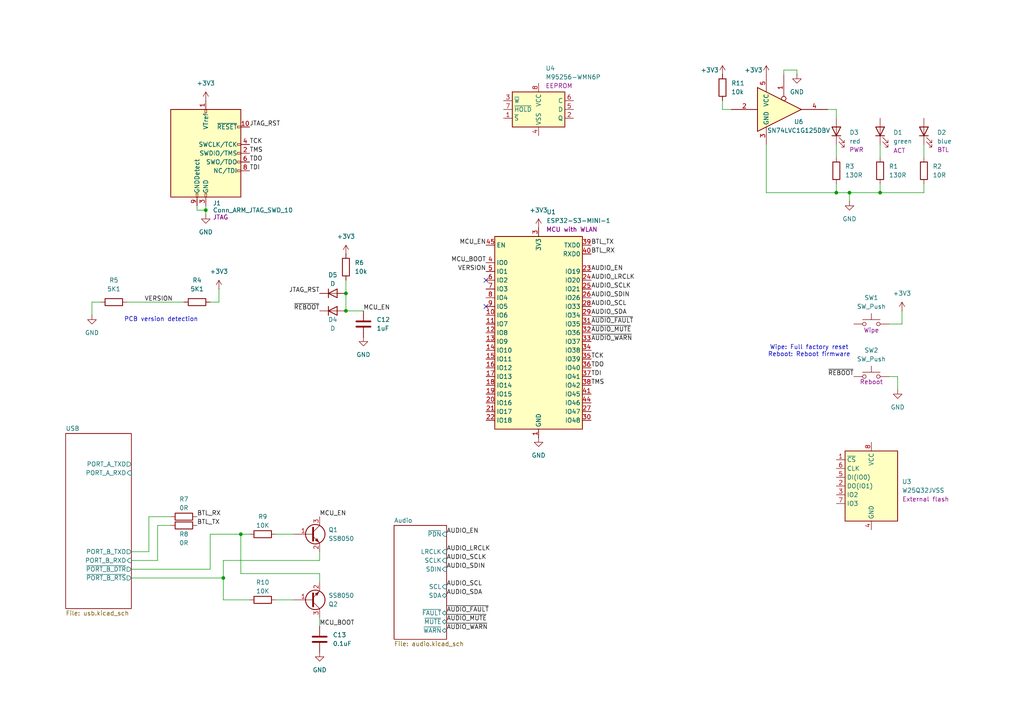
<source format=kicad_sch>
(kicad_sch (version 20231120) (generator "eeschema") (generator_version "8.0")
  (paper "A4")
  (title_block (title "soundbox"))
  (lib_symbols
    (symbol "74xGxx:SN74LVC1G125DBV"
      (property "Reference" "U" (at -10.16 7.62 0))
      (property "Value" "SN74LVC1G125DBV" (at 2.54 -7.62 0))
      (symbol "SN74LVC1G125DBV_0_1"
        (polyline (pts (xy -7.62 6.35) (xy -7.62 -6.35) (xy 5.08 0) (xy -7.62 6.35)) (stroke (width 0.254)) (fill (type background)))
      )
      (symbol "SN74LVC1G125DBV_1_1"
        (pin input inverted (at 0 10.16 270) (length 7.62) (name "~") (number "1"))
        (pin input line (at -15.24 0 0) (length 7.62) (name "~") (number "2"))
        (pin power_in line (at -5.08 -10.16 90) (length 5.08) (name "GND") (number "3"))
        (pin tri_state line (at 12.7 0 180) (length 7.62) (name "~") (number "4"))
        (pin power_in line (at -5.08 10.16 270) (length 5.08) (name "VCC") (number "5"))
      )
    )
    (symbol "Connector:Conn_ARM_JTAG_SWD_10" (pin_names (offset 1.016))
      (property "Reference" "J" (at -2.54 16.51 0))
      (property "Value" "Conn_ARM_JTAG_SWD_10" (at -2.54 13.97 0))
      (symbol "Conn_ARM_JTAG_SWD_10_0_1"
        (rectangle (start -10.16 12.7) (end 10.16 -12.7) (stroke (width 0.254)) (fill (type background)))
        (rectangle (start -2.794 -12.7) (end -2.286 -11.684))
        (rectangle (start -0.254 -12.7) (end 0.254 -11.684))
        (rectangle (start -0.254 12.7) (end 0.254 11.684))
        (rectangle (start 9.144 2.286) (end 10.16 2.794))
        (rectangle (start 10.16 -2.794) (end 9.144 -2.286))
        (rectangle (start 10.16 -0.254) (end 9.144 0.254))
        (rectangle (start 10.16 7.874) (end 9.144 7.366))
      )
      (symbol "Conn_ARM_JTAG_SWD_10_1_1"
        (rectangle (start 9.144 -5.334) (end 10.16 -4.826))
        (pin power_in line (at 0 15.24 270) (length 2.54) (name "VTref") (number "1"))
        (pin open_collector line (at 12.7 7.62 180) (length 2.54) (name "~{RESET}") (number "10"))
        (pin bidirectional line (at 12.7 0 180) (length 2.54) (name "SWDIO/TMS") (number "2"))
        (pin power_in line (at 0 -15.24 90) (length 2.54) (name "GND") (number "3"))
        (pin output line (at 12.7 2.54 180) (length 2.54) (name "SWCLK/TCK") (number "4"))
        (pin passive line (at 0 -15.24 90) (length 2.54) hide (name "GND") (number "5"))
        (pin input line (at 12.7 -2.54 180) (length 2.54) (name "SWO/TDO") (number "6"))
        (pin no_connect line (at -10.16 0 0) (length 2.54) hide (name "KEY") (number "7"))
        (pin output line (at 12.7 -5.08 180) (length 2.54) (name "NC/TDI") (number "8"))
        (pin passive line (at -2.54 -15.24 90) (length 2.54) (name "GNDDetect") (number "9"))
      )
    )
    (symbol "Device:C" (pin_numbers hide) (pin_names (offset 0.254))
      (property "Reference" "C" (at 0.635 2.54 0))
      (property "Value" "C" (at 0.635 -2.54 0))
      (symbol "C_0_1"
        (polyline (pts (xy -2.032 -0.762) (xy 2.032 -0.762)) (stroke (width 0.508)))
        (polyline (pts (xy -2.032 0.762) (xy 2.032 0.762)) (stroke (width 0.508)))
      )
      (symbol "C_1_1"
        (pin passive line (at 0 3.81 270) (length 2.794) (name "~") (number "1"))
        (pin passive line (at 0 -3.81 90) (length 2.794) (name "~") (number "2"))
      )
    )
    (symbol "Device:D" (pin_numbers hide) (pin_names (offset 1.016) hide)
      (property "Reference" "D" (at 0 2.54 0))
      (property "Value" "D" (at 0 -2.54 0))
      (symbol "D_0_1"
        (polyline (pts (xy -1.27 1.27) (xy -1.27 -1.27)) (stroke (width 0.254)))
        (polyline (pts (xy 1.27 0) (xy -1.27 0)))
        (polyline (pts (xy 1.27 1.27) (xy 1.27 -1.27) (xy -1.27 0) (xy 1.27 1.27)) (stroke (width 0.254)))
      )
      (symbol "D_1_1"
        (pin passive line (at -3.81 0 0) (length 2.54) (name "K") (number "1"))
        (pin passive line (at 3.81 0 180) (length 2.54) (name "A") (number "2"))
      )
    )
    (symbol "Device:LED" (pin_numbers hide) (pin_names (offset 1.016) hide)
      (property "Reference" "D" (at 0 2.54 0))
      (property "Value" "LED" (at 0 -2.54 0))
      (symbol "LED_0_1"
        (polyline (pts (xy -1.27 -1.27) (xy -1.27 1.27)) (stroke (width 0.254)))
        (polyline (pts (xy -1.27 0) (xy 1.27 0)))
        (polyline (pts (xy 1.27 -1.27) (xy 1.27 1.27) (xy -1.27 0) (xy 1.27 -1.27)) (stroke (width 0.254)))
        (polyline (pts (xy -3.048 -0.762) (xy -4.572 -2.286) (xy -3.81 -2.286) (xy -4.572 -2.286) (xy -4.572 -1.524)))
        (polyline (pts (xy -1.778 -0.762) (xy -3.302 -2.286) (xy -2.54 -2.286) (xy -3.302 -2.286) (xy -3.302 -1.524)))
      )
      (symbol "LED_1_1"
        (pin passive line (at -3.81 0 0) (length 2.54) (name "K") (number "1"))
        (pin passive line (at 3.81 0 180) (length 2.54) (name "A") (number "2"))
      )
    )
    (symbol "Device:R" (pin_numbers hide) (pin_names (offset 0))
      (property "Reference" "R" (at 2.032 0 90))
      (property "Value" "R" (at 0 0 90))
      (symbol "R_0_1"
        (rectangle (start -1.016 -2.54) (end 1.016 2.54) (stroke (width 0.254)))
      )
      (symbol "R_1_1"
        (pin passive line (at 0 3.81 270) (length 1.27) (name "~") (number "1"))
        (pin passive line (at 0 -3.81 90) (length 1.27) (name "~") (number "2"))
      )
    )
    (symbol "Memory_EEPROM:M95256-WMN6P"
      (property "Reference" "U" (at -7.62 6.35 0))
      (property "Value" "M95256-WMN6P" (at 2.54 -6.35 0))
      (symbol "M95256-WMN6P_1_1"
        (rectangle (start -7.62 5.08) (end 7.62 -5.08) (stroke (width 0.254)) (fill (type background)))
        (pin input line (at -10.16 -2.54 0) (length 2.54) (name "~{S}") (number "1"))
        (pin output line (at 10.16 -2.54 180) (length 2.54) (name "Q") (number "2"))
        (pin input line (at -10.16 2.54 0) (length 2.54) (name "~{W}") (number "3"))
        (pin power_in line (at 0 -7.62 90) (length 2.54) (name "VSS") (number "4"))
        (pin input line (at 10.16 0 180) (length 2.54) (name "D") (number "5"))
        (pin input line (at 10.16 2.54 180) (length 2.54) (name "C") (number "6"))
        (pin input line (at -10.16 0 0) (length 2.54) (name "~{HOLD}") (number "7"))
        (pin power_in line (at 0 7.62 270) (length 2.54) (name "VCC") (number "8"))
      )
    )
    (symbol "Memory_Flash:W25Q32JVSS"
      (property "Reference" "U" (at -6.35 11.43 0))
      (property "Value" "W25Q32JVSS" (at 7.62 11.43 0))
      (symbol "W25Q32JVSS_0_1"
        (rectangle (start -7.62 10.16) (end 7.62 -10.16) (stroke (width 0.254)) (fill (type background)))
      )
      (symbol "W25Q32JVSS_1_1"
        (pin input line (at -10.16 7.62 0) (length 2.54) (name "~{CS}") (number "1"))
        (pin bidirectional line (at -10.16 0 0) (length 2.54) (name "DO(IO1)") (number "2"))
        (pin bidirectional line (at -10.16 -2.54 0) (length 2.54) (name "IO2") (number "3"))
        (pin power_in line (at 0 -12.7 90) (length 2.54) (name "GND") (number "4"))
        (pin bidirectional line (at -10.16 2.54 0) (length 2.54) (name "DI(IO0)") (number "5"))
        (pin input line (at -10.16 5.08 0) (length 2.54) (name "CLK") (number "6"))
        (pin bidirectional line (at -10.16 -5.08 0) (length 2.54) (name "IO3") (number "7"))
        (pin power_in line (at 0 12.7 270) (length 2.54) (name "VCC") (number "8"))
      )
    )
    (symbol "RF_Module:ESP32-S3-MINI-1"
      (property "Reference" "U" (at -11.43 29.21 0))
      (property "Value" "ESP32-S3-MINI-1" (at 12.7 29.21 0))
      (symbol "ESP32-S3-MINI-1_0_1"
        (rectangle (start -12.7 27.94) (end 12.7 -27.94) (stroke (width 0.254)) (fill (type background)))
      )
      (symbol "ESP32-S3-MINI-1_1_1"
        (pin power_in line (at 0 -30.48 90) (length 2.54) (name "GND") (number "1"))
        (pin bidirectional line (at -15.24 5.08 0) (length 2.54) (name "IO6") (number "10"))
        (pin bidirectional line (at -15.24 2.54 0) (length 2.54) (name "IO7") (number "11"))
        (pin bidirectional line (at -15.24 0 0) (length 2.54) (name "IO8") (number "12"))
        (pin bidirectional line (at -15.24 -2.54 0) (length 2.54) (name "IO9") (number "13"))
        (pin bidirectional line (at -15.24 -5.08 0) (length 2.54) (name "IO10") (number "14"))
        (pin bidirectional line (at -15.24 -7.62 0) (length 2.54) (name "IO11") (number "15"))
        (pin bidirectional line (at -15.24 -10.16 0) (length 2.54) (name "IO12") (number "16"))
        (pin bidirectional line (at -15.24 -12.7 0) (length 2.54) (name "IO13") (number "17"))
        (pin bidirectional line (at -15.24 -15.24 0) (length 2.54) (name "IO14") (number "18"))
        (pin bidirectional line (at -15.24 -17.78 0) (length 2.54) (name "IO15") (number "19"))
        (pin passive line (at 0 -30.48 90) (length 2.54) hide (name "GND") (number "2"))
        (pin bidirectional line (at -15.24 -20.32 0) (length 2.54) (name "IO16") (number "20"))
        (pin bidirectional line (at -15.24 -22.86 0) (length 2.54) (name "IO17") (number "21"))
        (pin bidirectional line (at -15.24 -25.4 0) (length 2.54) (name "IO18") (number "22"))
        (pin bidirectional line (at 15.24 17.78 180) (length 2.54) (name "IO19") (number "23"))
        (pin bidirectional line (at 15.24 15.24 180) (length 2.54) (name "IO20") (number "24"))
        (pin bidirectional line (at 15.24 12.7 180) (length 2.54) (name "IO21") (number "25"))
        (pin bidirectional line (at 15.24 10.16 180) (length 2.54) (name "IO26") (number "26"))
        (pin bidirectional line (at 15.24 -22.86 180) (length 2.54) (name "IO47") (number "27"))
        (pin bidirectional line (at 15.24 7.62 180) (length 2.54) (name "IO33") (number "28"))
        (pin bidirectional line (at 15.24 5.08 180) (length 2.54) (name "IO34") (number "29"))
        (pin power_in line (at 0 30.48 270) (length 2.54) (name "3V3") (number "3"))
        (pin bidirectional line (at 15.24 -25.4 180) (length 2.54) (name "IO48") (number "30"))
        (pin bidirectional line (at 15.24 2.54 180) (length 2.54) (name "IO35") (number "31"))
        (pin bidirectional line (at 15.24 0 180) (length 2.54) (name "IO36") (number "32"))
        (pin bidirectional line (at 15.24 -2.54 180) (length 2.54) (name "IO37") (number "33"))
        (pin bidirectional line (at 15.24 -5.08 180) (length 2.54) (name "IO38") (number "34"))
        (pin bidirectional line (at 15.24 -7.62 180) (length 2.54) (name "IO39") (number "35"))
        (pin bidirectional line (at 15.24 -10.16 180) (length 2.54) (name "IO40") (number "36"))
        (pin bidirectional line (at 15.24 -12.7 180) (length 2.54) (name "IO41") (number "37"))
        (pin bidirectional line (at 15.24 -15.24 180) (length 2.54) (name "IO42") (number "38"))
        (pin bidirectional line (at 15.24 25.4 180) (length 2.54) (name "TXD0") (number "39"))
        (pin bidirectional line (at -15.24 20.32 0) (length 2.54) (name "IO0") (number "4"))
        (pin bidirectional line (at 15.24 22.86 180) (length 2.54) (name "RXD0") (number "40"))
        (pin bidirectional line (at 15.24 -17.78 180) (length 2.54) (name "IO45") (number "41"))
        (pin passive line (at 0 -30.48 90) (length 2.54) hide (name "GND") (number "42"))
        (pin passive line (at 0 -30.48 90) (length 2.54) hide (name "GND") (number "43"))
        (pin bidirectional line (at 15.24 -20.32 180) (length 2.54) (name "IO46") (number "44"))
        (pin input line (at -15.24 25.4 0) (length 2.54) (name "EN") (number "45"))
        (pin passive line (at 0 -30.48 90) (length 2.54) hide (name "GND") (number "46"))
        (pin passive line (at 0 -30.48 90) (length 2.54) hide (name "GND") (number "47"))
        (pin passive line (at 0 -30.48 90) (length 2.54) hide (name "GND") (number "48"))
        (pin passive line (at 0 -30.48 90) (length 2.54) hide (name "GND") (number "49"))
        (pin bidirectional line (at -15.24 17.78 0) (length 2.54) (name "IO1") (number "5"))
        (pin passive line (at 0 -30.48 90) (length 2.54) hide (name "GND") (number "50"))
        (pin passive line (at 0 -30.48 90) (length 2.54) hide (name "GND") (number "51"))
        (pin passive line (at 0 -30.48 90) (length 2.54) hide (name "GND") (number "52"))
        (pin passive line (at 0 -30.48 90) (length 2.54) hide (name "GND") (number "53"))
        (pin passive line (at 0 -30.48 90) (length 2.54) hide (name "GND") (number "54"))
        (pin passive line (at 0 -30.48 90) (length 2.54) hide (name "GND") (number "55"))
        (pin passive line (at 0 -30.48 90) (length 2.54) hide (name "GND") (number "56"))
        (pin passive line (at 0 -30.48 90) (length 2.54) hide (name "GND") (number "57"))
        (pin passive line (at 0 -30.48 90) (length 2.54) hide (name "GND") (number "58"))
        (pin passive line (at 0 -30.48 90) (length 2.54) hide (name "GND") (number "59"))
        (pin bidirectional line (at -15.24 15.24 0) (length 2.54) (name "IO2") (number "6"))
        (pin passive line (at 0 -30.48 90) (length 2.54) hide (name "GND") (number "60"))
        (pin passive line (at 0 -30.48 90) (length 2.54) hide (name "GND") (number "61"))
        (pin passive line (at 0 -30.48 90) (length 2.54) hide (name "GND") (number "62"))
        (pin passive line (at 0 -30.48 90) (length 2.54) hide (name "GND") (number "63"))
        (pin passive line (at 0 -30.48 90) (length 2.54) hide (name "GND") (number "64"))
        (pin passive line (at 0 -30.48 90) (length 2.54) hide (name "GND") (number "65"))
        (pin bidirectional line (at -15.24 12.7 0) (length 2.54) (name "IO3") (number "7"))
        (pin bidirectional line (at -15.24 10.16 0) (length 2.54) (name "IO4") (number "8"))
        (pin bidirectional line (at -15.24 7.62 0) (length 2.54) (name "IO5") (number "9"))
      )
    )
    (symbol "Switch:SW_Push" (pin_numbers hide) (pin_names (offset 1.016) hide)
      (property "Reference" "SW" (at 1.27 2.54 0))
      (property "Value" "SW_Push" (at 0 -1.524 0))
      (symbol "SW_Push_0_1"
        (circle (center -2.032 0) (radius 0.508))
        (polyline (pts (xy 0 1.27) (xy 0 3.048)))
        (polyline (pts (xy 2.54 1.27) (xy -2.54 1.27)))
        (circle (center 2.032 0) (radius 0.508))
        (pin passive line (at -5.08 0 0) (length 2.54) (name "1") (number "1"))
        (pin passive line (at 5.08 0 180) (length 2.54) (name "2") (number "2"))
      )
    )
    (symbol "Transistor_BJT:SS8050" (pin_names (offset 0) hide)
      (property "Reference" "Q" (at 5.08 1.905 0))
      (property "Value" "SS8050" (at 5.08 0 0))
      (symbol "SS8050_0_1"
        (polyline (pts (xy 0.635 0.635) (xy 2.54 2.54)))
        (polyline (pts (xy 0.635 -0.635) (xy 2.54 -2.54) (xy 2.54 -2.54)))
        (polyline (pts (xy 0.635 1.905) (xy 0.635 -1.905) (xy 0.635 -1.905)) (stroke (width 0.508)))
        (polyline (pts (xy 1.27 -1.778) (xy 1.778 -1.27) (xy 2.286 -2.286) (xy 1.27 -1.778) (xy 1.27 -1.778)) (fill (type outline)))
        (circle (center 1.27 0) (radius 2.8194) (stroke (width 0.254)))
      )
      (symbol "SS8050_1_1"
        (pin input line (at -5.08 0 0) (length 5.715) (name "B") (number "1"))
        (pin passive line (at 2.54 -5.08 90) (length 2.54) (name "E") (number "2"))
        (pin passive line (at 2.54 5.08 270) (length 2.54) (name "C") (number "3"))
      )
    )
    (symbol "power:+3V3" (power) (pin_numbers hide) (pin_names (offset 0) hide)
      (property "Value" "+3V3" (at 0 3.556 0))
      (symbol "+3V3_0_1"
        (polyline (pts (xy -0.762 1.27) (xy 0 2.54)))
        (polyline (pts (xy 0 0) (xy 0 2.54)))
        (polyline (pts (xy 0 2.54) (xy 0.762 1.27)))
      )
      (symbol "+3V3_1_1"
        (pin power_in line (at 0 0 90) (length 0) (name "~") (number "1"))
      )
    )
    (symbol "power:GND" (power) (pin_numbers hide) (pin_names (offset 0) hide)
      (property "Value" "GND" (at 0 -3.81 0))
      (symbol "GND_0_1"
        (polyline (pts (xy 0 0) (xy 0 -1.27) (xy 1.27 -1.27) (xy 0 -2.54) (xy -1.27 -1.27) (xy 0 -1.27)))
      )
      (symbol "GND_1_1"
        (pin power_in line (at 0 0 270) (length 0) (name "~") (number "1"))
      )
    )
  )
  (junction (at 242.57 55.88))
  (junction (at 100.33 90.17))
  (junction (at 255.27 55.88))
  (junction (at 59.69 60.96))
  (junction (at 100.33 85.09))
  (junction (at 64.77 167.64))
  (junction (at 246.38 55.88))
  (junction (at 69.85 154.94))
  (no_connect (at 140.97 88.9))
  (no_connect (at 140.97 81.28))
  (wire (pts (xy 222.25 55.88) (xy 242.57 55.88)))
  (wire (pts (xy 242.57 53.34) (xy 242.57 55.88)))
  (wire (pts (xy 209.55 31.75) (xy 212.09 31.75)))
  (wire (pts (xy 45.72 152.4) (xy 49.53 152.4)))
  (wire (pts (xy 246.38 58.42) (xy 246.38 55.88)))
  (wire (pts (xy 231.14 20.32) (xy 231.14 21.59)))
  (wire (pts (xy 60.96 154.94) (xy 69.85 154.94)))
  (wire (pts (xy 80.01 154.94) (xy 85.09 154.94)))
  (wire (pts (xy 38.1 165.1) (xy 60.96 165.1)))
  (wire (pts (xy 227.33 21.59) (xy 227.33 20.32)))
  (wire (pts (xy 64.77 167.64) (xy 64.77 173.99)))
  (wire (pts (xy 64.77 162.56) (xy 64.77 167.64)))
  (wire (pts (xy 227.33 20.32) (xy 231.14 20.32)))
  (wire (pts (xy 38.1 167.64) (xy 64.77 167.64)))
  (wire (pts (xy 209.55 29.21) (xy 209.55 31.75)))
  (wire (pts (xy 255.27 41.91) (xy 255.27 45.72)))
  (wire (pts (xy 92.71 160.02) (xy 92.71 162.56)))
  (wire (pts (xy 60.96 165.1) (xy 60.96 154.94)))
  (wire (pts (xy 36.83 87.63) (xy 53.34 87.63)))
  (wire (pts (xy 57.15 59.69) (xy 57.15 60.96)))
  (wire (pts (xy 260.35 109.22) (xy 260.35 113.03)))
  (wire (pts (xy 257.81 93.98) (xy 261.62 93.98)))
  (wire (pts (xy 69.85 154.94) (xy 72.39 154.94)))
  (wire (pts (xy 257.81 109.22) (xy 260.35 109.22)))
  (wire (pts (xy 255.27 55.88) (xy 267.97 55.88)))
  (wire (pts (xy 26.67 87.63) (xy 29.21 87.63)))
  (wire (pts (xy 242.57 31.75) (xy 242.57 34.29)))
  (wire (pts (xy 261.62 90.17) (xy 261.62 93.98)))
  (wire (pts (xy 255.27 53.34) (xy 255.27 55.88)))
  (wire (pts (xy 240.03 31.75) (xy 242.57 31.75)))
  (wire (pts (xy 59.69 62.23) (xy 59.69 60.96)))
  (wire (pts (xy 267.97 53.34) (xy 267.97 55.88)))
  (wire (pts (xy 92.71 168.91) (xy 92.71 166.37)))
  (wire (pts (xy 255.27 55.88) (xy 246.38 55.88)))
  (wire (pts (xy 80.01 173.99) (xy 85.09 173.99)))
  (wire (pts (xy 64.77 173.99) (xy 72.39 173.99)))
  (wire (pts (xy 38.1 160.02) (xy 43.18 160.02)))
  (wire (pts (xy 92.71 179.07) (xy 92.71 181.61)))
  (wire (pts (xy 59.69 60.96) (xy 57.15 60.96)))
  (wire (pts (xy 100.33 85.09) (xy 100.33 90.17)))
  (wire (pts (xy 246.38 55.88) (xy 242.57 55.88)))
  (wire (pts (xy 100.33 90.17) (xy 105.41 90.17)))
  (wire (pts (xy 43.18 149.86) (xy 49.53 149.86)))
  (wire (pts (xy 63.5 87.63) (xy 63.5 83.82)))
  (wire (pts (xy 100.33 81.28) (xy 100.33 85.09)))
  (wire (pts (xy 92.71 162.56) (xy 64.77 162.56)))
  (wire (pts (xy 43.18 160.02) (xy 43.18 149.86)))
  (wire (pts (xy 92.71 166.37) (xy 69.85 166.37)))
  (wire (pts (xy 38.1 162.56) (xy 45.72 162.56)))
  (wire (pts (xy 45.72 162.56) (xy 45.72 152.4)))
  (wire (pts (xy 69.85 166.37) (xy 69.85 154.94)))
  (wire (pts (xy 26.67 91.44) (xy 26.67 87.63)))
  (wire (pts (xy 60.96 87.63) (xy 63.5 87.63)))
  (wire (pts (xy 267.97 41.91) (xy 267.97 45.72)))
  (wire (pts (xy 242.57 41.91) (xy 242.57 45.72)))
  (wire (pts (xy 222.25 41.91) (xy 222.25 55.88)))
  (wire (pts (xy 59.69 59.69) (xy 59.69 60.96)))
  (text "Wipe: Full factory reset\nReboot: Reboot firmware" (at 234.696 101.854 0) (effects (font (size 1.27 1.27))))
  (text "PCB version detection" (at 46.736 92.71 0) (effects (font (size 1.27 1.27))))
  (label "VERSION" (at 41.91 87.63 0))
  (label "~{AUDIO_FAULT}" (at 171.45 93.98 0))
  (label "AUDIO_SDA" (at 129.54 172.72 0))
  (label "TCK" (at 72.39 41.91 0))
  (label "AUDIO_SDIN" (at 129.54 165.1 0))
  (label "AUDIO_EN" (at 129.54 154.94 0))
  (label "~{REBOOT}" (at 92.71 90.17 180))
  (label "~{REBOOT}" (at 247.65 109.22 180))
  (label "~{AUDIO_WARN}" (at 171.45 99.06 0))
  (label "TDI" (at 171.45 109.22 0))
  (label "BTL_RX" (at 171.45 73.66 0))
  (label "TDO" (at 171.45 106.68 0))
  (label "AUDIO_SDIN" (at 171.45 86.36 0))
  (label "~{AUDIO_MUTE}" (at 171.45 96.52 0))
  (label "AUDIO_SDA" (at 171.45 91.44 0))
  (label "JTAG_RST" (at 92.71 85.09 180))
  (label "MCU_EN" (at 140.97 71.12 180))
  (label "MCU_EN" (at 92.71 149.86 0))
  (label "AUDIO_LRCLK" (at 129.54 160.02 0))
  (label "MCU_BOOT" (at 92.71 181.61 0))
  (label "MCU_BOOT" (at 140.97 76.2 180))
  (label "BTL_RX" (at 57.15 149.86 0))
  (label "JTAG_RST" (at 72.39 36.83 0))
  (label "AUDIO_SCL" (at 171.45 88.9 0))
  (label "MCU_EN" (at 105.41 90.17 0))
  (label "~{AUDIO_WARN}" (at 129.54 182.88 0))
  (label "TCK" (at 171.45 104.14 0))
  (label "TDO" (at 72.39 46.99 0))
  (label "BTL_TX" (at 171.45 71.12 0))
  (label "AUDIO_SCLK" (at 129.54 162.56 0))
  (label "BTL_TX" (at 57.15 152.4 0))
  (label "AUDIO_LRCLK" (at 171.45 81.28 0))
  (label "~{AUDIO_MUTE}" (at 129.54 180.34 0))
  (label "TMS" (at 72.39 44.45 0))
  (label "AUDIO_SCLK" (at 171.45 83.82 0))
  (label "TMS" (at 171.45 111.76 0))
  (label "~{AUDIO_FAULT}" (at 129.54 177.8 0))
  (label "AUDIO_EN" (at 171.45 78.74 0))
  (label "VERSION" (at 140.97 78.74 180))
  (label "TDI" (at 72.39 49.53 0))
  (label "AUDIO_SCL" (at 129.54 170.18 0))
  (symbol (lib_id "power:GND") (at 156.21 127 0) (unit 1)
    (property "Reference" "#PWR015" (effects (hide yes)))
    (property "Value" "GND" (at 156.21 132.08 0))
    (property "Description" "Power symbol creates a global label with name \"GND\" , ground" (effects (hide yes)))
  )
  (symbol (lib_id "power:GND") (at 246.38 58.42 0) (unit 1)
    (property "Reference" "#PWR012" (effects (hide yes)))
    (property "Value" "GND" (at 246.38 63.5 0))
    (property "Description" "Power symbol creates a global label with name \"GND\" , ground" (effects (hide yes)))
  )
  (symbol (lib_id "Device:R") (at 76.2 154.94 270) (unit 1)
    (property "Reference" "R9" (at 76.2 149.86 90))
    (property "Value" "10K" (at 76.2 152.4 90))
    (property "Description" "Resistor" (effects (hide yes)))
  )
  (symbol (lib_id "power:GND") (at 26.67 91.44 0) (unit 1)
    (property "Reference" "#PWR01" (effects (hide yes)))
    (property "Value" "GND" (at 26.67 96.52 0))
    (property "Description" "Power symbol creates a global label with name \"GND\" , ground" (effects (hide yes)))
  )
  (symbol (lib_id "RF_Module:ESP32-S3-MINI-1") (at 156.21 96.52 0) (unit 1)
    (property "Reference" "U1" (at 158.496 61.468 0) (effects (justify left)))
    (property "Value" "ESP32-S3-MINI-1" (at 158.496 64.008 0) (effects (justify left)))
    (property "Footprint" "RF_Module:ESP32-S2-MINI-1" (effects (hide yes)))
    (property "Datasheet" "https://www.espressif.com/sites/default/files/documentation/esp32-s3-mini-1_mini-1u_datasheet_en.pdf" (effects (hide yes)))
    (property "Description" "MCU with WLAN" (at 165.862 66.548 0))
    (property "MPN" "ESP32-S3-MINI-1-N8" (effects (hide yes)))
    (property "Manufacturer" "Espressif Systems" (effects (hide yes)))
  )
  (symbol (lib_id "Memory_Flash:W25Q32JVSS") (at 252.73 140.97 0) (unit 1)
    (property "Reference" "U3" (at 261.62 139.6999 0) (effects (justify left)))
    (property "Value" "W25Q32JVSS" (at 261.62 142.2399 0) (effects (justify left)))
    (property "Footprint" "Package_SO:SOIC-8_5.23x5.23mm_P1.27mm" (effects (hide yes)))
    (property "Datasheet" "http://www.winbond.com/resource-files/w25q32jv%20revg%2003272018%20plus.pdf" (effects (hide yes)))
    (property "Description" "External flash" (at 268.478 144.78 0))
    (property "MPN" "W25Q32JVSSIQ" (effects (hide yes)))
    (property "Manufacturer" "Winbond Electronics" (effects (hide yes)))
  )
  (symbol (lib_id "Connector:Conn_ARM_JTAG_SWD_10") (at 59.69 44.45 0) (unit 1)
    (property "Reference" "J1" (at 61.722 58.928 0) (effects (justify left)))
    (property "Value" "Conn_ARM_JTAG_SWD_10" (at 61.722 60.96 0) (effects (justify left)))
    (property "Datasheet" "https://mm.digikey.com/Volume0/opasdata/d220001/medias/docus/6209/ftsh-1xx-xx-xxx-dv-xxx-xxx-x-xx-mkt.pdf" (effects (hide yes)))
    (property "Description" "JTAG" (at 61.722 62.992 0) (effects (justify left)))
    (property "MPN" "FTSH-105-01-L-DV-007-K-TR" (effects (hide yes)))
    (property "Manufacturer" "samtec" (effects (hide yes)))
  )
  (symbol (lib_id "Switch:SW_Push") (at 252.73 109.22 0) (unit 1)
    (property "Reference" "SW2" (at 252.73 101.6 0))
    (property "Value" "SW_Push" (at 252.73 104.14 0))
    (property "Footprint" "Button_Switch_SMD:SW_SPST_TL3305B" (effects (hide yes)))
    (property "Datasheet" "https://www.e-switch.com/wp-content/uploads/2024/08/TL3305.pdf" (effects (hide yes)))
    (property "Description" "Reboot" (at 252.73 110.744 0))
    (property "MPN" "TL3305BF260QG" (effects (hide yes)))
    (property "Manufacturer" "E-Switch" (effects (hide yes)))
  )
  (symbol (lib_id "Device:R") (at 76.2 173.99 270) (unit 1)
    (property "Reference" "R10" (at 76.2 168.91 90))
    (property "Value" "10K" (at 76.2 171.45 90))
    (property "Description" "Resistor" (effects (hide yes)))
  )
  (symbol (lib_id "power:+3V3") (at 59.69 29.21 0) (unit 1)
    (property "Reference" "#PWR016" (effects (hide yes)))
    (property "Value" "+3V3" (at 59.69 24.13 0))
    (property "Description" "Power symbol creates a global label with name \"+3V3\"" (effects (hide yes)))
  )
  (symbol (lib_id "power:+3V3") (at 156.21 66.04 0) (unit 1)
    (property "Reference" "#PWR014" (effects (hide yes)))
    (property "Value" "+3V3" (at 156.21 60.96 0))
    (property "Description" "Power symbol creates a global label with name \"+3V3\"" (effects (hide yes)))
  )
  (symbol (lib_id "Device:R") (at 100.33 77.47 0) (unit 1)
    (property "Reference" "R6" (at 102.87 76.1999 0) (effects (justify left)))
    (property "Value" "10k" (at 102.87 78.7399 0) (effects (justify left)))
    (property "Description" "Resistor" (effects (hide yes)))
  )
  (symbol (lib_id "power:+3V3") (at 63.5 83.82 0) (unit 1)
    (property "Reference" "#PWR02" (effects (hide yes)))
    (property "Value" "+3V3" (at 63.5 78.74 0))
    (property "Description" "Power symbol creates a global label with name \"+3V3\"" (effects (hide yes)))
  )
  (symbol (lib_id "Device:R") (at 242.57 49.53 0) (unit 1)
    (property "Reference" "R3" (at 245.11 48.2599 0) (effects (justify left)))
    (property "Value" "130R" (at 245.11 50.7999 0) (effects (justify left)))
    (property "Footprint" "Resistor_SMD:R_0603_1608Metric" (effects (hide yes)))
    (property "Datasheet" "https://industrial.panasonic.com/cdbs/www-data/pdf/RDA0000/AOA0000C304.pdf" (effects (hide yes)))
    (property "Description" "Resistor" (effects (hide yes)))
    (property "MPN" "ERJ-3EKF1300V" (effects (hide yes)))
    (property "Manufacturer" "Panasonic Electronic Components" (effects (hide yes)))
  )
  (symbol (lib_id "power:GND") (at 231.14 21.59 0) (unit 1)
    (property "Reference" "#PWR013" (effects (hide yes)))
    (property "Value" "GND" (at 231.14 26.67 0))
    (property "Description" "Power symbol creates a global label with name \"GND\" , ground" (effects (hide yes)))
  )
  (symbol (lib_id "Device:R") (at 53.34 152.4 90) (mirror x) (unit 1)
    (property "Reference" "R8" (at 53.34 154.94 90))
    (property "Value" "0R" (at 53.34 157.48 90))
    (property "Description" "Resistor" (effects (hide yes)))
  )
  (symbol (lib_id "Switch:SW_Push") (at 252.73 93.98 0) (unit 1)
    (property "Reference" "SW1" (at 252.73 86.36 0))
    (property "Value" "SW_Push" (at 252.73 88.9 0))
    (property "Footprint" "Button_Switch_SMD:SW_SPST_TL3305B" (effects (hide yes)))
    (property "Datasheet" "https://www.e-switch.com/wp-content/uploads/2024/08/TL3305.pdf" (effects (hide yes)))
    (property "Description" "Wipe" (at 252.73 95.758 0))
    (property "MPN" "TL3305BF260QG" (effects (hide yes)))
    (property "Manufacturer" "E-Switch" (effects (hide yes)))
  )
  (symbol (lib_id "power:+3V3") (at 100.33 73.66 0) (unit 1)
    (property "Reference" "#PWR018" (effects (hide yes)))
    (property "Value" "+3V3" (at 100.33 68.58 0))
    (property "Description" "Power symbol creates a global label with name \"+3V3\"" (effects (hide yes)))
  )
  (symbol (lib_id "Device:D") (at 96.52 90.17 0) (unit 1)
    (property "Reference" "D4" (at 96.52 92.71 0))
    (property "Value" "D" (at 96.52 95.25 0))
    (property "Description" "Diode" (effects (hide yes)))
    (property "Sim.Device" "D" (effects (hide yes)))
    (property "Sim.Pins" "1=K 2=A" (effects (hide yes)))
  )
  (symbol (lib_id "Device:R") (at 267.97 49.53 0) (unit 1)
    (property "Reference" "R2" (at 270.51 48.2599 0) (effects (justify left)))
    (property "Value" "10R" (at 270.51 50.7999 0) (effects (justify left)))
    (property "Footprint" "Resistor_SMD:R_0603_1608Metric" (effects (hide yes)))
    (property "Datasheet" "https://industrial.panasonic.com/cdbs/www-data/pdf/RDO0000/AOA0000C331.pdf" (effects (hide yes)))
    (property "Description" "Resistor" (effects (hide yes)))
    (property "MPN" "ERJ-PA3F10R0V" (effects (hide yes)))
    (property "Manufacturer" "Panasonic Electronic Components" (effects (hide yes)))
  )
  (symbol (lib_id "Transistor_BJT:SS8050") (at 90.17 154.94 0) (unit 1)
    (property "Reference" "Q1" (at 95.25 153.6699 0) (effects (justify left)))
    (property "Value" "SS8050" (at 95.25 156.2099 0) (effects (justify left)))
    (property "Footprint" "Package_TO_SOT_SMD:SOT-23" (effects (hide yes)))
    (property "Datasheet" "http://www.secosgmbh.com/datasheet/products/SSMPTransistor/SOT-23/SS8050.pdf" (effects (hide yes)))
    (property "Description" "General Purpose NPN Transistor, 1.5A Ic, 25V Vce, SOT-23" (effects (hide yes)))
  )
  (symbol (lib_id "power:+3V3") (at 261.62 90.17 0) (unit 1)
    (property "Reference" "#PWR011" (effects (hide yes)))
    (property "Value" "+3V3" (at 261.62 85.09 0))
    (property "Description" "Power symbol creates a global label with name \"+3V3\"" (effects (hide yes)))
  )
  (symbol (lib_id "power:GND") (at 59.69 62.23 0) (unit 1)
    (property "Reference" "#PWR017" (effects (hide yes)))
    (property "Value" "GND" (at 59.69 67.31 0))
    (property "Description" "Power symbol creates a global label with name \"GND\" , ground" (effects (hide yes)))
  )
  (symbol (lib_id "power:GND") (at 105.41 97.79 0) (unit 1)
    (property "Reference" "#PWR020" (effects (hide yes)))
    (property "Value" "GND" (at 105.41 102.87 0))
    (property "Description" "Power symbol creates a global label with name \"GND\" , ground" (effects (hide yes)))
  )
  (symbol (lib_id "power:GND") (at 92.71 189.23 0) (unit 1)
    (property "Reference" "#PWR021" (effects (hide yes)))
    (property "Value" "GND" (at 92.71 194.31 0))
    (property "Description" "Power symbol creates a global label with name \"GND\" , ground" (effects (hide yes)))
  )
  (symbol (lib_id "Transistor_BJT:SS8050") (at 90.17 173.99 0) (mirror x) (unit 1)
    (property "Reference" "Q2" (at 95.25 175.2601 0) (effects (justify left)))
    (property "Value" "SS8050" (at 95.25 172.7201 0) (effects (justify left)))
    (property "Footprint" "Package_TO_SOT_SMD:SOT-23" (effects (hide yes)))
    (property "Datasheet" "http://www.secosgmbh.com/datasheet/products/SSMPTransistor/SOT-23/SS8050.pdf" (effects (hide yes)))
    (property "Description" "General Purpose NPN Transistor, 1.5A Ic, 25V Vce, SOT-23" (effects (hide yes)))
  )
  (symbol (lib_id "Device:R") (at 53.34 149.86 90) (mirror x) (unit 1)
    (property "Reference" "R7" (at 53.34 144.78 90))
    (property "Value" "0R" (at 53.34 147.32 90))
    (property "Description" "Resistor" (effects (hide yes)))
  )
  (symbol (lib_id "Device:D") (at 96.52 85.09 0) (unit 1)
    (property "Reference" "D5" (at 96.52 79.756 0))
    (property "Value" "D" (at 96.52 82.296 0))
    (property "Description" "Diode" (effects (hide yes)))
    (property "Sim.Device" "D" (effects (hide yes)))
    (property "Sim.Pins" "1=K 2=A" (effects (hide yes)))
  )
  (symbol (lib_id "Device:C") (at 92.71 185.42 0) (unit 1)
    (property "Reference" "C13" (at 96.52 184.1499 0) (effects (justify left)))
    (property "Value" "0.1uF" (at 96.52 186.6899 0) (effects (justify left)))
    (property "Description" "Unpolarized capacitor" (effects (hide yes)))
  )
  (symbol (lib_id "power:+3V3") (at 209.55 21.59 0) (unit 1)
    (property "Reference" "#PWR023" (effects (hide yes)))
    (property "Value" "+3V3" (at 203.2 20.32 0) (effects (justify left)))
    (property "Description" "Power symbol creates a global label with name \"+3V3\"" (effects (hide yes)))
  )
  (symbol (lib_id "Device:R") (at 33.02 87.63 270) (unit 1)
    (property "Reference" "R5" (at 33.02 81.28 90))
    (property "Value" "5K1" (at 33.02 83.82 90))
    (property "Footprint" "Resistor_SMD:R_0603_1608Metric" (effects (hide yes)))
    (property "Datasheet" "https://industrial.panasonic.com/cdbs/www-data/pdf/RDA0000/AOA0000C304.pdf" (effects (hide yes)))
    (property "Description" "Resistor" (effects (hide yes)))
    (property "MPN" "ERJ-3EKF5101V" (effects (hide yes)))
    (property "Manufacturer" "Panasonic Electronic Components" (effects (hide yes)))
  )
  (symbol (lib_id "74xGxx:SN74LVC1G125DBV") (at 227.33 31.75 0) (unit 1)
    (property "Reference" "U6" (at 231.648 35.306 0))
    (property "Value" "SN74LVC1G125DBV" (at 231.648 37.846 0))
    (property "Footprint" "Package_TO_SOT_SMD:SOT-23-5" (effects (hide yes)))
    (property "Datasheet" "http://www.ti.com/lit/ds/symlink/sn74lvc1g125.pdf" (effects (hide yes)))
    (property "Description" "Single Buffer Gate Tri-State, Low-Voltage CMOS, SOT-23-5" (effects (hide yes)))
  )
  (symbol (lib_id "Device:LED") (at 255.27 38.1 90) (unit 1)
    (property "Reference" "D1" (at 259.08 38.4174 90) (effects (justify right)))
    (property "Value" "green" (at 259.08 40.9574 90) (effects (justify right)))
    (property "Footprint" "LED_SMD:LED_1206_3216Metric" (effects (hide yes)))
    (property "Datasheet" "https://s3-us-west-2.amazonaws.com/catsy.557/Dialight_CBI_data_598-1206_Apr2018.pdf" (effects (hide yes)))
    (property "Description" "ACT" (at 260.858 43.688 90))
    (property "MPN" "598-8270-107F" (effects (hide yes)))
    (property "Manufacturer" "Dialight" (effects (hide yes)))
  )
  (symbol (lib_id "Device:R") (at 57.15 87.63 90) (unit 1)
    (property "Reference" "R4" (at 57.15 81.28 90))
    (property "Value" "5K1" (at 57.15 83.82 90))
    (property "Footprint" "Resistor_SMD:R_0603_1608Metric" (effects (hide yes)))
    (property "Datasheet" "https://industrial.panasonic.com/cdbs/www-data/pdf/RDA0000/AOA0000C304.pdf" (effects (hide yes)))
    (property "Description" "Resistor" (effects (hide yes)))
    (property "MPN" "ERJ-3EKF5101V" (effects (hide yes)))
    (property "Manufacturer" "Panasonic Electronic Components" (effects (hide yes)))
  )
  (symbol (lib_id "Device:R") (at 209.55 25.4 0) (unit 1)
    (property "Reference" "R11" (at 212.09 24.1299 0) (effects (justify left)))
    (property "Value" "10k" (at 212.09 26.6699 0) (effects (justify left)))
    (property "Description" "Resistor" (effects (hide yes)))
  )
  (symbol (lib_id "Device:R") (at 255.27 49.53 0) (unit 1)
    (property "Reference" "R1" (at 257.81 48.2599 0) (effects (justify left)))
    (property "Value" "130R" (at 257.81 50.7999 0) (effects (justify left)))
    (property "Footprint" "Resistor_SMD:R_0603_1608Metric" (effects (hide yes)))
    (property "Datasheet" "https://industrial.panasonic.com/cdbs/www-data/pdf/RDA0000/AOA0000C304.pdf" (effects (hide yes)))
    (property "Description" "Resistor" (effects (hide yes)))
    (property "MPN" "ERJ-3EKF1300V" (effects (hide yes)))
    (property "Manufacturer" "Panasonic Electronic Components" (effects (hide yes)))
  )
  (symbol (lib_id "Device:C") (at 105.41 93.98 0) (unit 1)
    (property "Reference" "C12" (at 109.22 92.7099 0) (effects (justify left)))
    (property "Value" "1uF" (at 109.22 95.2499 0) (effects (justify left)))
    (property "Description" "Unpolarized capacitor" (effects (hide yes)))
  )
  (symbol (lib_id "Memory_EEPROM:M95256-WMN6P") (at 156.21 31.75 0) (unit 1)
    (property "Reference" "U4" (at 158.242 19.812 0) (effects (justify left)))
    (property "Value" "M95256-WMN6P" (at 158.242 22.352 0) (effects (justify left)))
    (property "Footprint" "Package_SO:SOIC-8_3.9x4.9mm_P1.27mm" (effects (hide yes)))
    (property "Datasheet" "http://www.st.com/content/ccc/resource/technical/document/datasheet/9d/75/f0/3e/76/00/4c/0b/CD00103810.pdf/files/CD00103810.pdf/jcr:content/translations/en.CD00103810.pdf" (effects (hide yes)))
    (property "Description" "EEPROM" (at 162.1439 24.892 0))
    (property "MPN" "M95256-WMN6P" (effects (hide yes)))
    (property "Manufacturer" "STMicroelectronics" (effects (hide yes)))
  )
  (symbol (lib_id "power:+3V3") (at 222.25 21.59 0) (unit 1)
    (property "Reference" "#PWR022" (effects (hide yes)))
    (property "Value" "+3V3" (at 215.9 20.32 0) (effects (justify left)))
    (property "Description" "Power symbol creates a global label with name \"+3V3\"" (effects (hide yes)))
  )
  (symbol (lib_id "Device:LED") (at 242.57 38.1 90) (unit 1)
    (property "Reference" "D3" (at 246.38 38.4174 90) (effects (justify right)))
    (property "Value" "red" (at 246.38 40.9574 90) (effects (justify right)))
    (property "Footprint" "LED_SMD:LED_1206_3216Metric" (effects (hide yes)))
    (property "Datasheet" "https://s3-us-west-2.amazonaws.com/catsy.557/Dialight_CBI_data_598-1206_Apr2018.pdf" (effects (hide yes)))
    (property "Description" "PWR" (at 248.412 43.434 90))
    (property "MPN" "598-8210-107F" (effects (hide yes)))
    (property "Manufacturer" "Dialight" (effects (hide yes)))
  )
  (symbol (lib_id "power:GND") (at 260.35 113.03 0) (unit 1)
    (property "Reference" "#PWR019" (effects (hide yes)))
    (property "Value" "GND" (at 260.35 118.11 0))
    (property "Description" "Power symbol creates a global label with name \"GND\" , ground" (effects (hide yes)))
  )
  (symbol (lib_id "Device:LED") (at 267.97 38.1 90) (unit 1)
    (property "Reference" "D2" (at 271.78 38.4174 90) (effects (justify right)))
    (property "Value" "blue" (at 271.78 40.9574 90) (effects (justify right)))
    (property "Footprint" "LED_SMD:LED_1206_3216Metric" (effects (hide yes)))
    (property "Datasheet" "https://s3-us-west-2.amazonaws.com/catsy.557/Dialight_CBI_data_598-1206_Apr2018.pdf" (effects (hide yes)))
    (property "Description" "BTL" (at 273.558 43.434 90))
    (property "MPN" "598-8291-107F" (effects (hide yes)))
    (property "Manufacturer" "Dialight" (effects (hide yes)))
  )
  (sheet (at 19.05 125.73) (size 19.05 50.8) (stroke (width 0.1524))
    (property "Sheetname" "USB" (at 19.05 125.0184 0) (effects (justify left bottom)))
    (property "Sheetfile" "usb.kicad_sch" (at 19.05 177.1146 0) (effects (justify left top)))
    (pin "PORT_A_TXD" output (at 38.1 134.62 0))
    (pin "PORT_A_RXD" input (at 38.1 137.16 0))
    (pin "PORT_B_TXD" output (at 38.1 160.02 0))
    (pin "PORT_B_RXD" input (at 38.1 162.56 0))
    (pin "~{PORT_B_RTS}" output (at 38.1 167.64 0))
    (pin "~{PORT_B_DTR}" output (at 38.1 165.1 0))
  )
  (sheet (at 114.3 152.4) (size 15.24 33.02) (stroke (width 0.1524))
    (property "Sheetname" "Audio" (at 114.3 151.6884 0) (effects (justify left bottom)))
    (property "Sheetfile" "audio.kicad_sch" (at 114.3 186.0046 0) (effects (justify left top)))
    (pin "~{PDN}" input (at 129.54 154.94 0))
    (pin "LRCLK" input (at 129.54 160.02 0))
    (pin "SCLK" input (at 129.54 162.56 0))
    (pin "SDIN" input (at 129.54 165.1 0))
    (pin "SCL" input (at 129.54 170.18 0))
    (pin "SDA" bidirectional (at 129.54 172.72 0))
    (pin "~{FAULT}" bidirectional (at 129.54 177.8 0))
    (pin "~{MUTE}" bidirectional (at 129.54 180.34 0))
    (pin "~{WARN}" bidirectional (at 129.54 182.88 0))
  )
)
</source>
